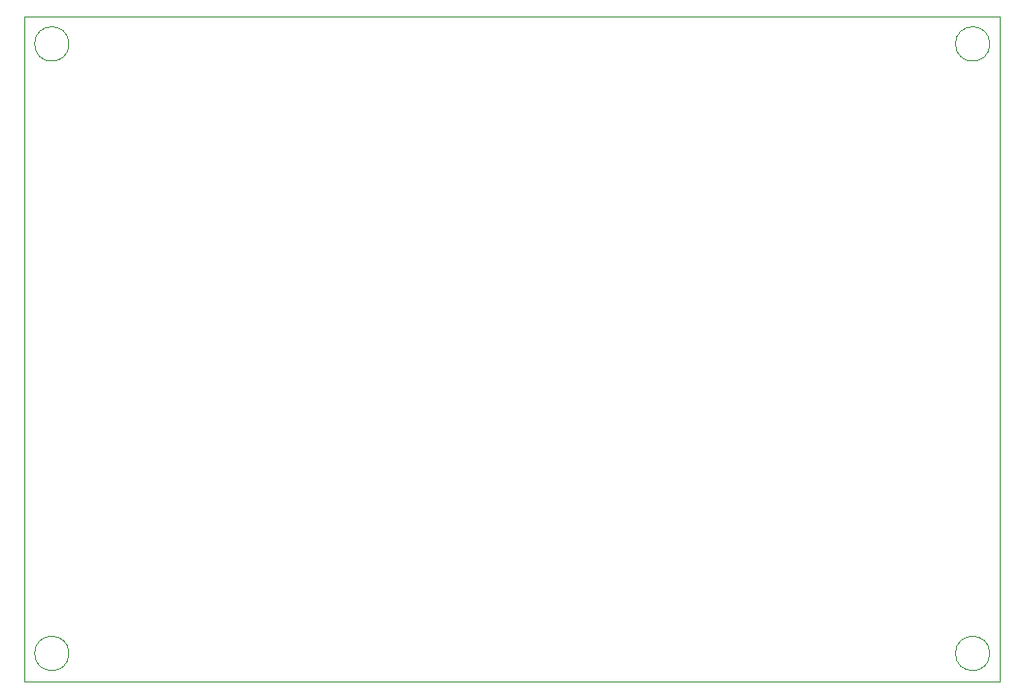
<source format=gm1>
G04 #@! TF.GenerationSoftware,KiCad,Pcbnew,(5.1.4)-1*
G04 #@! TF.CreationDate,2020-03-01T00:53:56-05:00*
G04 #@! TF.ProjectId,TEST_newWheelBoard,54455354-5f6e-4657-9757-6865656c426f,v1.0*
G04 #@! TF.SameCoordinates,Original*
G04 #@! TF.FileFunction,Profile,NP*
%FSLAX46Y46*%
G04 Gerber Fmt 4.6, Leading zero omitted, Abs format (unit mm)*
G04 Created by KiCad (PCBNEW (5.1.4)-1) date 2020-03-01 00:53:56*
%MOMM*%
%LPD*%
G04 APERTURE LIST*
%ADD10C,0.025400*%
G04 APERTURE END LIST*
D10*
X134125000Y-105575000D02*
G75*
G03X134125000Y-105575000I-1500000J0D01*
G01*
X53875000Y-105575000D02*
G75*
G03X53875000Y-105575000I-1500000J0D01*
G01*
X134125000Y-52425000D02*
G75*
G03X134125000Y-52425000I-1500000J0D01*
G01*
X53875000Y-52425000D02*
G75*
G03X53875000Y-52425000I-1500000J0D01*
G01*
X50000000Y-50000000D02*
X135000000Y-50000000D01*
X135000000Y-50000000D02*
X135000000Y-108000000D01*
X50000000Y-108000000D02*
X135000000Y-108000000D01*
X50000000Y-50000000D02*
X50000000Y-108000000D01*
M02*

</source>
